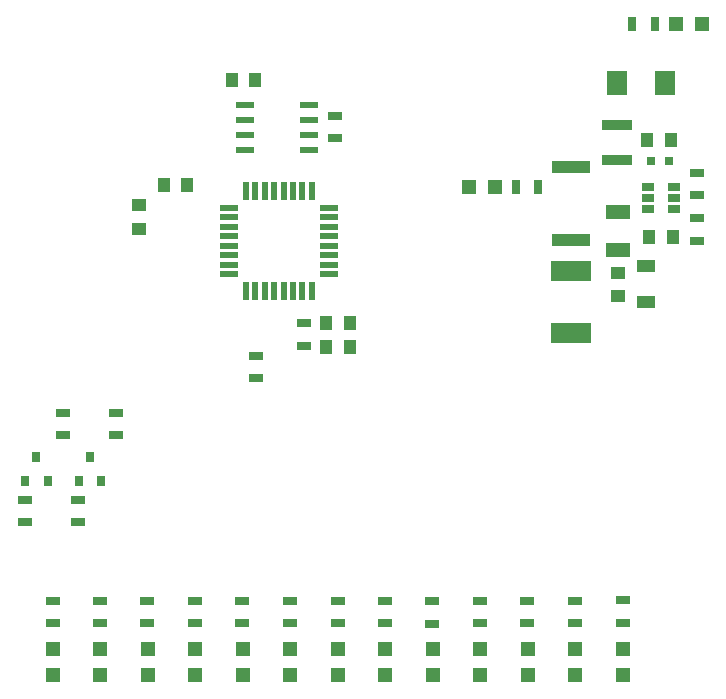
<source format=gtp>
G04 #@! TF.GenerationSoftware,KiCad,Pcbnew,5.1.5-52549c5~84~ubuntu18.04.1*
G04 #@! TF.CreationDate,2019-12-12T20:24:59-05:00*
G04 #@! TF.ProjectId,Shutdown_Sense,53687574-646f-4776-9e5f-53656e73652e,rev?*
G04 #@! TF.SameCoordinates,Original*
G04 #@! TF.FileFunction,Paste,Top*
G04 #@! TF.FilePolarity,Positive*
%FSLAX46Y46*%
G04 Gerber Fmt 4.6, Leading zero omitted, Abs format (unit mm)*
G04 Created by KiCad (PCBNEW 5.1.5-52549c5~84~ubuntu18.04.1) date 2019-12-12 20:24:59*
%MOMM*%
%LPD*%
G04 APERTURE LIST*
%ADD10R,1.200000X1.200000*%
%ADD11R,1.550000X0.600000*%
%ADD12R,0.700000X1.300000*%
%ADD13R,1.300000X0.700000*%
%ADD14R,0.800000X0.900000*%
%ADD15R,1.600000X0.550000*%
%ADD16R,0.550000X1.600000*%
%ADD17R,1.000000X1.250000*%
%ADD18R,1.250000X1.000000*%
%ADD19R,0.800000X0.750000*%
%ADD20R,1.060000X0.650000*%
%ADD21R,3.500000X1.780000*%
%ADD22R,2.000000X1.200000*%
%ADD23R,1.600000X1.000000*%
%ADD24R,3.200000X1.000000*%
%ADD25R,1.778000X2.159000*%
%ADD26R,2.500000X0.900000*%
G04 APERTURE END LIST*
D10*
X145474264Y-98940800D03*
X145474264Y-96740800D03*
D11*
X151086800Y-50673000D03*
X151086800Y-51943000D03*
X151086800Y-53213000D03*
X151086800Y-54483000D03*
X145686800Y-54483000D03*
X145686800Y-53213000D03*
X145686800Y-51943000D03*
X145686800Y-50673000D03*
D12*
X180375600Y-43789600D03*
X178475600Y-43789600D03*
D13*
X134772400Y-78623200D03*
X134772400Y-76723200D03*
X131572000Y-85989200D03*
X131572000Y-84089200D03*
X130251200Y-78623200D03*
X130251200Y-76723200D03*
X127050800Y-85989200D03*
X127050800Y-84089200D03*
X146608800Y-71897200D03*
X146608800Y-73797200D03*
X153314400Y-53477200D03*
X153314400Y-51577200D03*
X150672800Y-69154000D03*
X150672800Y-71054000D03*
D14*
X132537200Y-80433200D03*
X133487200Y-82533200D03*
X131587200Y-82533200D03*
X128016000Y-80433200D03*
X128966000Y-82533200D03*
X127066000Y-82533200D03*
D15*
X152789200Y-59379200D03*
X152789200Y-60179200D03*
X152789200Y-60979200D03*
X152789200Y-61779200D03*
X152789200Y-62579200D03*
X152789200Y-63379200D03*
X152789200Y-64179200D03*
X152789200Y-64979200D03*
D16*
X151339200Y-66429200D03*
X150539200Y-66429200D03*
X149739200Y-66429200D03*
X148939200Y-66429200D03*
X148139200Y-66429200D03*
X147339200Y-66429200D03*
X146539200Y-66429200D03*
X145739200Y-66429200D03*
D15*
X144289200Y-64979200D03*
X144289200Y-64179200D03*
X144289200Y-63379200D03*
X144289200Y-62579200D03*
X144289200Y-61779200D03*
X144289200Y-60979200D03*
X144289200Y-60179200D03*
X144289200Y-59379200D03*
D16*
X145739200Y-57929200D03*
X146539200Y-57929200D03*
X147339200Y-57929200D03*
X148139200Y-57929200D03*
X148939200Y-57929200D03*
X149739200Y-57929200D03*
X150539200Y-57929200D03*
X151339200Y-57929200D03*
D10*
X141452598Y-98940800D03*
X141452598Y-96740800D03*
X149495930Y-98940800D03*
X149495930Y-96740800D03*
X153517596Y-98940800D03*
X153517596Y-96740800D03*
X157539262Y-98940800D03*
X157539262Y-96740800D03*
X137430932Y-98940800D03*
X137430932Y-96740800D03*
X133409266Y-98940800D03*
X133409266Y-96740800D03*
X161560928Y-98940800D03*
X161560928Y-96740800D03*
X165582594Y-98940800D03*
X165582594Y-96740800D03*
X169604260Y-98940800D03*
X169604260Y-96740800D03*
X173625926Y-98940800D03*
X173625926Y-96740800D03*
X177647600Y-98940800D03*
X177647600Y-96740800D03*
X129387600Y-98940800D03*
X129387600Y-96740800D03*
D17*
X146542000Y-48564800D03*
X144542000Y-48564800D03*
X138801600Y-57404000D03*
X140801600Y-57404000D03*
D18*
X136702800Y-59147200D03*
X136702800Y-61147200D03*
D17*
X154568400Y-69088000D03*
X152568400Y-69088000D03*
X154568400Y-71170800D03*
X152568400Y-71170800D03*
D10*
X182184900Y-43769700D03*
X184384900Y-43769700D03*
D17*
X181903900Y-61841500D03*
X179903900Y-61841500D03*
D19*
X180074400Y-55428000D03*
X181574400Y-55428000D03*
D20*
X182019100Y-59497300D03*
X182019100Y-58547300D03*
X182019100Y-57597300D03*
X179819100Y-57597300D03*
X179819100Y-59497300D03*
X179819100Y-58547300D03*
D21*
X173283900Y-64699000D03*
X173283900Y-69979000D03*
D22*
X177218360Y-59746400D03*
X177218360Y-62946400D03*
D23*
X179633900Y-64318000D03*
X179633900Y-67318000D03*
D24*
X173278820Y-62097900D03*
X173278820Y-55897900D03*
D13*
X183906180Y-62164120D03*
X183906180Y-60264120D03*
D12*
X170484900Y-57569700D03*
X168584900Y-57569700D03*
D18*
X177284400Y-64842000D03*
X177284400Y-66842000D03*
D10*
X166834900Y-57569700D03*
X164634900Y-57569700D03*
D13*
X183921420Y-56377920D03*
X183921420Y-58277920D03*
D25*
X181221400Y-48824000D03*
X177157400Y-48824000D03*
D17*
X179733720Y-53622060D03*
X181733720Y-53622060D03*
D26*
X177157400Y-52390500D03*
X177157400Y-55290500D03*
D13*
X129387600Y-94523600D03*
X129387600Y-92623600D03*
X177647600Y-92608400D03*
X177647600Y-94508400D03*
X173634400Y-94523600D03*
X173634400Y-92623600D03*
X169570400Y-92623600D03*
X169570400Y-94523600D03*
X165608000Y-94523600D03*
X165608000Y-92623600D03*
X161544000Y-92674400D03*
X161544000Y-94574400D03*
X157530800Y-94523600D03*
X157530800Y-92623600D03*
X153517600Y-92623600D03*
X153517600Y-94523600D03*
X149504400Y-94523600D03*
X149504400Y-92623600D03*
X145440400Y-92623600D03*
X145440400Y-94523600D03*
X141427200Y-92623600D03*
X141427200Y-94523600D03*
X133400800Y-94523600D03*
X133400800Y-92623600D03*
X137414000Y-92623600D03*
X137414000Y-94523600D03*
M02*

</source>
